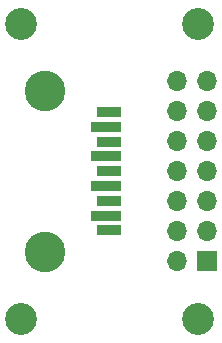
<source format=gts>
G04 #@! TF.GenerationSoftware,KiCad,Pcbnew,7.0.0-da2b9df05c~163~ubuntu22.04.1*
G04 #@! TF.CreationDate,2023-03-12T19:03:42+00:00*
G04 #@! TF.ProjectId,simpleadapter14f,73696d70-6c65-4616-9461-707465723134,rev?*
G04 #@! TF.SameCoordinates,Original*
G04 #@! TF.FileFunction,Soldermask,Top*
G04 #@! TF.FilePolarity,Negative*
%FSLAX46Y46*%
G04 Gerber Fmt 4.6, Leading zero omitted, Abs format (unit mm)*
G04 Created by KiCad (PCBNEW 7.0.0-da2b9df05c~163~ubuntu22.04.1) date 2023-03-12 19:03:42*
%MOMM*%
%LPD*%
G01*
G04 APERTURE LIST*
%ADD10C,0.001000*%
%ADD11R,2.600000X0.900000*%
%ADD12R,2.150000X0.900000*%
%ADD13C,3.438000*%
%ADD14C,2.700000*%
%ADD15R,1.700000X1.700000*%
%ADD16O,1.700000X1.700000*%
G04 APERTURE END LIST*
D10*
X151970000Y-91200000D03*
X151970000Y-98000000D03*
D11*
X157189999Y-90849999D03*
X157189999Y-93349999D03*
X157189999Y-95849999D03*
X157189999Y-98349999D03*
D12*
X157414999Y-99599999D03*
X157414999Y-97099999D03*
X157414999Y-94599999D03*
X157414999Y-92099999D03*
X157414999Y-89599999D03*
D13*
X151970000Y-87800000D03*
X151970000Y-101400000D03*
D14*
X165000000Y-107100000D03*
D15*
X165699999Y-102219999D03*
D16*
X163159999Y-102219999D03*
X165699999Y-99679999D03*
X163159999Y-99679999D03*
X165699999Y-97139999D03*
X163159999Y-97139999D03*
X165699999Y-94599999D03*
X163159999Y-94599999D03*
X165699999Y-92059999D03*
X163159999Y-92059999D03*
X165699999Y-89519999D03*
X163159999Y-89519999D03*
X165699999Y-86979999D03*
X163159999Y-86979999D03*
D14*
X150000000Y-107100000D03*
X150000000Y-82100000D03*
X165000000Y-82100000D03*
M02*

</source>
